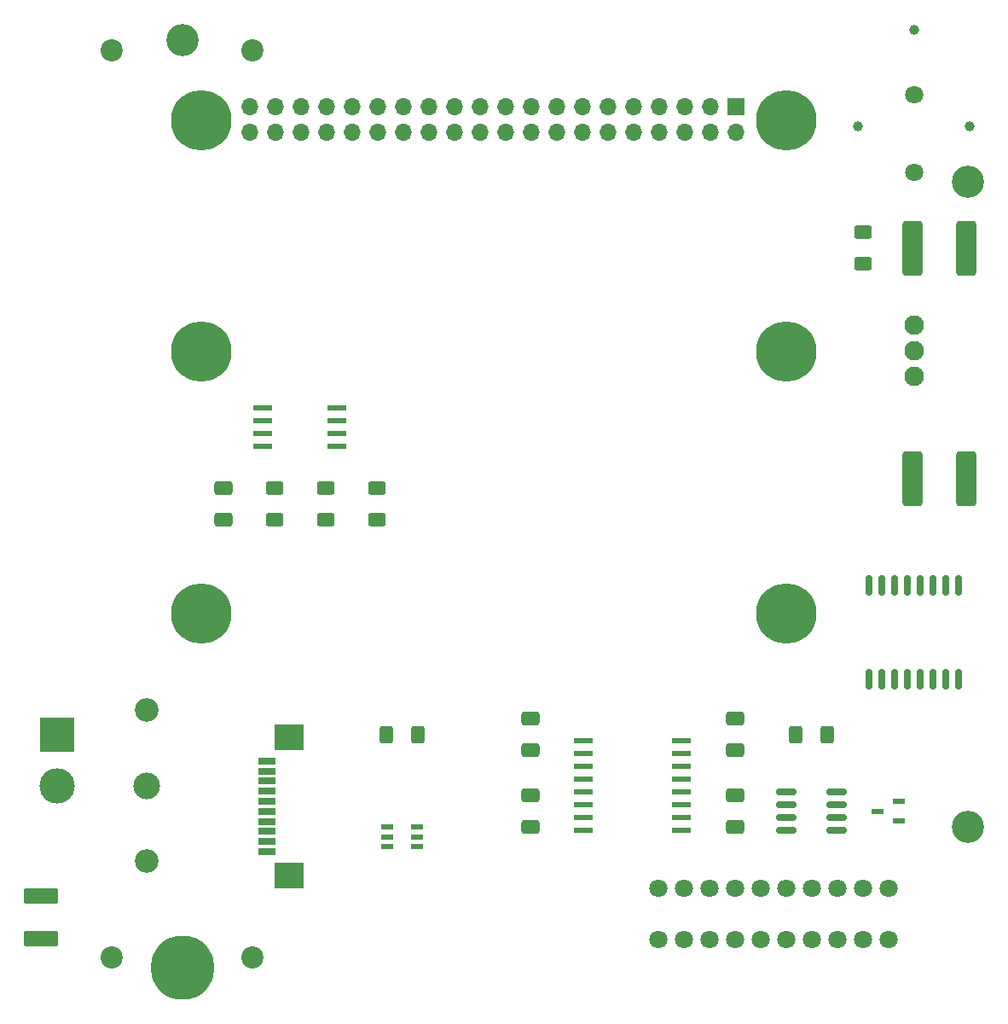
<source format=gbr>
%TF.GenerationSoftware,KiCad,Pcbnew,8.0.6-8.0.6-0~ubuntu24.04.1*%
%TF.CreationDate,2024-11-23T11:29:18+03:00*%
%TF.ProjectId,PM-CPU-RP,504d2d43-5055-42d5-9250-2e6b69636164,rev?*%
%TF.SameCoordinates,Original*%
%TF.FileFunction,Soldermask,Top*%
%TF.FilePolarity,Negative*%
%FSLAX46Y46*%
G04 Gerber Fmt 4.6, Leading zero omitted, Abs format (unit mm)*
G04 Created by KiCad (PCBNEW 8.0.6-8.0.6-0~ubuntu24.04.1) date 2024-11-23 11:29:18*
%MOMM*%
%LPD*%
G01*
G04 APERTURE LIST*
G04 Aperture macros list*
%AMRoundRect*
0 Rectangle with rounded corners*
0 $1 Rounding radius*
0 $2 $3 $4 $5 $6 $7 $8 $9 X,Y pos of 4 corners*
0 Add a 4 corners polygon primitive as box body*
4,1,4,$2,$3,$4,$5,$6,$7,$8,$9,$2,$3,0*
0 Add four circle primitives for the rounded corners*
1,1,$1+$1,$2,$3*
1,1,$1+$1,$4,$5*
1,1,$1+$1,$6,$7*
1,1,$1+$1,$8,$9*
0 Add four rect primitives between the rounded corners*
20,1,$1+$1,$2,$3,$4,$5,0*
20,1,$1+$1,$4,$5,$6,$7,0*
20,1,$1+$1,$6,$7,$8,$9,0*
20,1,$1+$1,$8,$9,$2,$3,0*%
G04 Aperture macros list end*
%ADD10O,6.350000X6.350000*%
%ADD11R,1.181100X0.558800*%
%ADD12C,1.000000*%
%ADD13C,1.800000*%
%ADD14RoundRect,0.249999X-0.737501X-2.450001X0.737501X-2.450001X0.737501X2.450001X-0.737501X2.450001X0*%
%ADD15C,6.000000*%
%ADD16O,1.700000X1.700000*%
%ADD17R,1.700000X1.700000*%
%ADD18C,3.200000*%
%ADD19RoundRect,0.250000X-0.400000X-0.625000X0.400000X-0.625000X0.400000X0.625000X-0.400000X0.625000X0*%
%ADD20R,1.244600X0.558800*%
%ADD21RoundRect,0.250000X-0.650000X0.412500X-0.650000X-0.412500X0.650000X-0.412500X0.650000X0.412500X0*%
%ADD22RoundRect,0.250000X-0.625000X0.400000X-0.625000X-0.400000X0.625000X-0.400000X0.625000X0.400000X0*%
%ADD23RoundRect,0.250000X0.650000X-0.412500X0.650000X0.412500X-0.650000X0.412500X-0.650000X-0.412500X0*%
%ADD24R,3.500000X3.500000*%
%ADD25C,3.500000*%
%ADD26R,1.854200X0.482600*%
%ADD27RoundRect,0.250000X1.450000X-0.537500X1.450000X0.537500X-1.450000X0.537500X-1.450000X-0.537500X0*%
%ADD28RoundRect,0.150000X-0.825000X-0.150000X0.825000X-0.150000X0.825000X0.150000X-0.825000X0.150000X0*%
%ADD29C,1.950000*%
%ADD30R,1.803400X0.635000*%
%ADD31R,2.997200X2.590800*%
%ADD32RoundRect,0.250000X0.625000X-0.400000X0.625000X0.400000X-0.625000X0.400000X-0.625000X-0.400000X0*%
%ADD33R,1.828800X0.533400*%
%ADD34RoundRect,0.250000X0.400000X0.625000X-0.400000X0.625000X-0.400000X-0.625000X0.400000X-0.625000X0*%
%ADD35RoundRect,0.150000X0.150000X-0.875000X0.150000X0.875000X-0.150000X0.875000X-0.150000X-0.875000X0*%
%ADD36C,2.650000*%
%ADD37C,2.350000*%
%ADD38C,2.200000*%
G04 APERTURE END LIST*
D10*
%TO.C,PE1*%
X-32000000Y-46000000D03*
%TD*%
D11*
%TO.C,U7*%
X-8693150Y-33970001D03*
X-8693150Y-33020000D03*
X-8693150Y-32069999D03*
X-11626850Y-32069999D03*
X-11626850Y-33020000D03*
X-11626850Y-33970001D03*
%TD*%
D12*
%TO.C,J1*%
X46190000Y37436000D03*
X40640000Y47049000D03*
X35090000Y37436000D03*
D13*
X40640000Y32890000D03*
X40640000Y40640000D03*
%TD*%
D14*
%TO.C,C3*%
X40542500Y25400000D03*
X45817500Y25400000D03*
%TD*%
D15*
%TO.C,D1*%
X27940000Y38100000D03*
X-30060000Y38100000D03*
X27940000Y15100000D03*
X-30060000Y15100000D03*
X27940000Y-10900000D03*
X-30060000Y-10900000D03*
D16*
X23010000Y36850000D03*
D17*
X23010000Y39390000D03*
D16*
X20470000Y36850000D03*
X20470000Y39390000D03*
X17930000Y36850000D03*
X17930000Y39390000D03*
X15390000Y36850000D03*
X15390000Y39390000D03*
X12850000Y36850000D03*
X12850000Y39390000D03*
X10310000Y36850000D03*
X10310000Y39390000D03*
X7770000Y36850000D03*
X7770000Y39390000D03*
X5230000Y36850000D03*
X5230000Y39390000D03*
X2690000Y36850000D03*
X2690000Y39390000D03*
X150000Y36850000D03*
X150000Y39390000D03*
X-2390000Y36850000D03*
X-2390000Y39390000D03*
X-4930000Y36850000D03*
X-4930000Y39390000D03*
X-7470000Y36850000D03*
X-7470000Y39390000D03*
X-10010000Y36850000D03*
X-10010000Y39390000D03*
X-12550000Y36850000D03*
X-12550000Y39390000D03*
X-15090000Y36850000D03*
X-15090000Y39390000D03*
X-17630000Y36850000D03*
X-17630000Y39390000D03*
X-20170000Y36850000D03*
X-20170000Y39390000D03*
X-22710000Y36850000D03*
X-22710000Y39390000D03*
X-25250000Y36850000D03*
X-25250000Y39390000D03*
%TD*%
D18*
%TO.C,H1*%
X-32000000Y46000000D03*
%TD*%
D19*
%TO.C,R6*%
X28930000Y-22860000D03*
X32030000Y-22860000D03*
%TD*%
D20*
%TO.C,CR1*%
X39154100Y-31430001D03*
X39154100Y-29529999D03*
X37045900Y-30480000D03*
%TD*%
D21*
%TO.C,C8*%
X22860000Y-28917500D03*
X22860000Y-32042500D03*
%TD*%
D22*
%TO.C,R1*%
X35560000Y26950000D03*
X35560000Y23850000D03*
%TD*%
D23*
%TO.C,C5*%
X2540000Y-24422500D03*
X2540000Y-21297500D03*
%TD*%
D24*
%TO.C,J6*%
X-44450000Y-22860000D03*
D25*
X-44450000Y-27940000D03*
%TD*%
D26*
%TO.C,U4*%
X7823200Y-23495000D03*
X7823200Y-24765000D03*
X7823200Y-26035000D03*
X7823200Y-27305000D03*
X7823200Y-28575000D03*
X7823200Y-29845000D03*
X7823200Y-31115000D03*
X7823200Y-32385000D03*
X17576800Y-32385000D03*
X17576800Y-31115000D03*
X17576800Y-29845000D03*
X17576800Y-28575000D03*
X17576800Y-27305000D03*
X17576800Y-26035000D03*
X17576800Y-24765000D03*
X17576800Y-23495000D03*
%TD*%
D27*
%TO.C,C1*%
X-46000000Y-43137500D03*
X-46000000Y-38862500D03*
%TD*%
D18*
%TO.C,H3*%
X46000000Y-32000000D03*
%TD*%
D28*
%TO.C,U5*%
X28005000Y-28575000D03*
X28005000Y-29845000D03*
X28005000Y-31115000D03*
X28005000Y-32385000D03*
X32955000Y-32385000D03*
X32955000Y-31115000D03*
X32955000Y-29845000D03*
X32955000Y-28575000D03*
%TD*%
D21*
%TO.C,C6*%
X2540000Y-28917500D03*
X2540000Y-32042500D03*
%TD*%
D29*
%TO.C,J4*%
X40640000Y12700000D03*
X40640000Y15240000D03*
X40640000Y17780000D03*
%TD*%
D30*
%TO.C,J9*%
X-23556000Y-34499991D03*
X-23556000Y-33499993D03*
X-23556000Y-32499995D03*
X-23556000Y-31499997D03*
X-23556000Y-30499999D03*
X-23556000Y-29500001D03*
X-23556000Y-28500003D03*
X-23556000Y-27500005D03*
X-23556000Y-26500007D03*
X-23556000Y-25500009D03*
D31*
X-21385999Y-36850002D03*
X-21385999Y-23149998D03*
%TD*%
D32*
%TO.C,R5*%
X-12700000Y-1550000D03*
X-12700000Y1550000D03*
%TD*%
D21*
%TO.C,C4*%
X-27940000Y1562500D03*
X-27940000Y-1562500D03*
%TD*%
D33*
%TO.C,U3*%
X-16624300Y5715000D03*
X-16624300Y6985000D03*
X-16624300Y8255000D03*
X-16624300Y9525000D03*
X-24015700Y9525000D03*
X-24015700Y8255000D03*
X-24015700Y6985000D03*
X-24015700Y5715000D03*
%TD*%
D14*
%TO.C,C2*%
X40542500Y2540000D03*
X45817500Y2540000D03*
%TD*%
D23*
%TO.C,C7*%
X22860000Y-24422500D03*
X22860000Y-21297500D03*
%TD*%
D34*
%TO.C,R2*%
X-8610000Y-22860000D03*
X-11710000Y-22860000D03*
%TD*%
D35*
%TO.C,U6*%
X36195000Y-17350000D03*
X37465000Y-17350000D03*
X38735000Y-17350000D03*
X40005000Y-17350000D03*
X41275000Y-17350000D03*
X42545000Y-17350000D03*
X43815000Y-17350000D03*
X45085000Y-17350000D03*
X45085000Y-8050000D03*
X43815000Y-8050000D03*
X42545000Y-8050000D03*
X41275000Y-8050000D03*
X40005000Y-8050000D03*
X38735000Y-8050000D03*
X37465000Y-8050000D03*
X36195000Y-8050000D03*
%TD*%
D18*
%TO.C,H2*%
X46000000Y32000000D03*
%TD*%
D32*
%TO.C,R4*%
X-17780000Y-1550000D03*
X-17780000Y1550000D03*
%TD*%
%TO.C,R3*%
X-22860000Y-1550000D03*
X-22860000Y1550000D03*
%TD*%
D13*
%TO.C,XG1*%
X15240000Y-38100000D03*
X15240000Y-43180000D03*
X17780000Y-38100000D03*
X17780000Y-43180000D03*
X20320000Y-38100000D03*
X22860000Y-38100000D03*
X25400000Y-38100000D03*
X25400000Y-43180000D03*
X27940000Y-38100000D03*
X27940000Y-43180000D03*
X30480000Y-38100000D03*
X30480000Y-43180000D03*
X33020000Y-38100000D03*
X35560000Y-38100000D03*
X38100000Y-38100000D03*
X38100000Y-43180000D03*
X20320000Y-43180000D03*
X22860000Y-43180000D03*
X33020000Y-43180000D03*
X35560000Y-43180000D03*
%TD*%
D36*
%TO.C,U1*%
X-35560000Y-27940000D03*
D37*
X-35560000Y-35440000D03*
X-35560000Y-20440000D03*
%TD*%
D38*
%TO.C,U2*%
X-39000000Y45000000D03*
X-39000000Y-45000000D03*
X-25000000Y45000000D03*
X-25000000Y-45000000D03*
%TD*%
M02*

</source>
